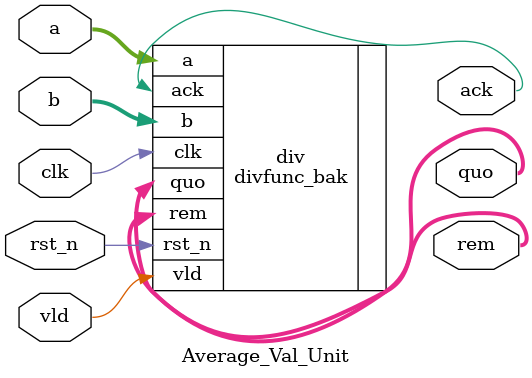
<source format=v>
/* 
    This module is for calculate feature with averaging operations, 
    like packet-per-second, byte-per-second, average packet size a-
    nd average packet arit.

    A 8-bit unsigned integer divider is implement in this module.

*/


module Average_Val_Unit (
    input              clk,
    input              rst_n,

    input   wire  [7:0]       a,
    input   wire  [7:0]       b,
    input   wire              vld,


    output   wire [7:0]       quo,
    output   wire [7:0]       rem,
    output   wire             ack
);


divfunc_bak div(
    .clk                            (clk),
    .rst_n                          (rst_n),
    .a                  (a),
    .b                  (b),
    .vld                (vld),
    .quo                (quo),
    .rem                (rem),
    .ack                (ack)
);



endmodule
</source>
